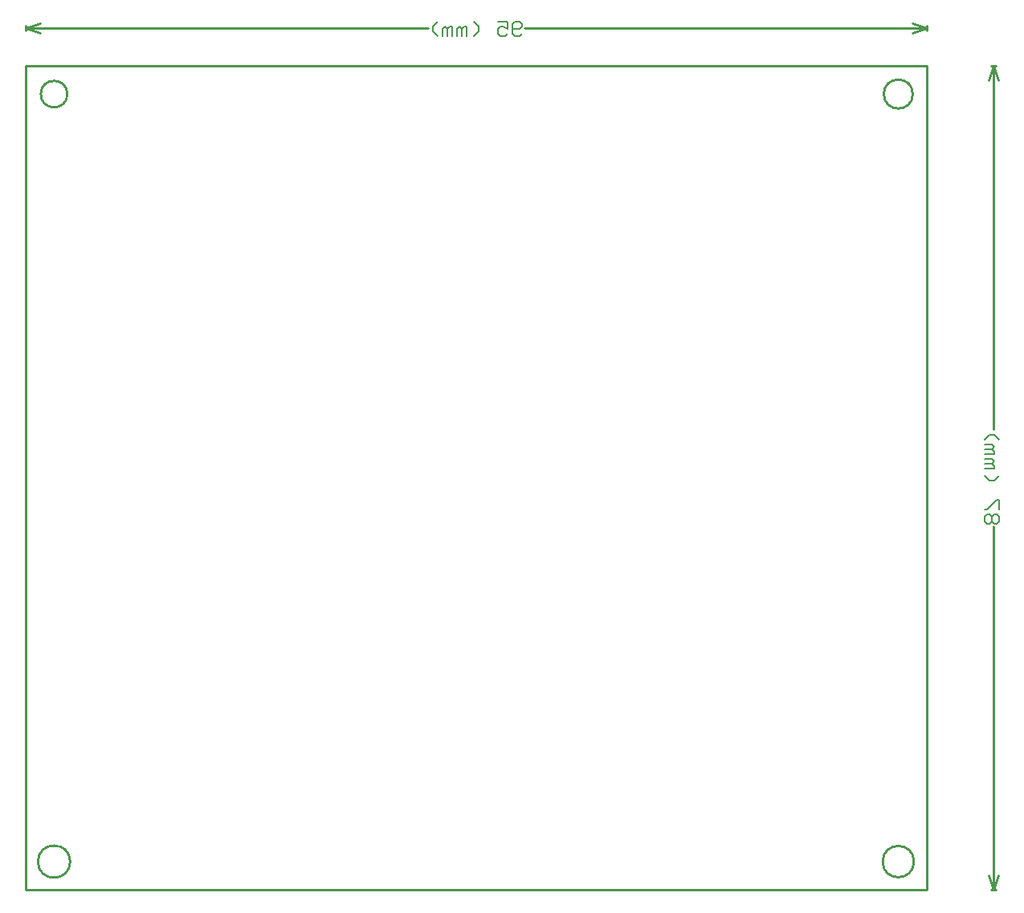
<source format=gtp>
%FSLAX25Y25*%
%MOIN*%
G70*
G01*
G75*
G04 Layer_Color=8421504*
%ADD10C,0.03937*%
%ADD11C,0.01969*%
%ADD12C,0.01000*%
%ADD13C,0.00600*%
%ADD14O,0.03150X0.05906*%
%ADD15C,0.15748*%
%ADD16R,0.06299X0.06299*%
%ADD17O,0.06299X0.15748*%
%ADD18C,0.06299*%
%ADD19O,0.07874X0.04724*%
%ADD20O,0.09843X0.03937*%
%ADD21C,0.07874*%
%ADD22O,0.11811X0.07087*%
%ADD23R,0.09843X0.07874*%
%ADD24O,0.09843X0.07874*%
%ADD25O,0.09843X0.04724*%
%ADD26R,0.07874X0.09843*%
%ADD27O,0.07874X0.09843*%
%ADD28R,0.07874X0.13780*%
%ADD29O,0.07874X0.13780*%
%ADD30O,0.05906X0.07874*%
%ADD31R,0.07874X0.07874*%
%ADD32C,0.09000*%
%ADD33R,0.09000X0.09000*%
%ADD34C,0.13780*%
%ADD35O,0.11811X0.06299*%
%ADD36O,0.11811X0.05512*%
%ADD37R,0.07874X0.07874*%
%ADD38O,0.08000X0.06000*%
%ADD39C,0.05000*%
%ADD40C,0.07874*%
%ADD41C,0.01181*%
%ADD42R,0.11535X0.39449*%
%ADD43R,0.11024X0.38976*%
%ADD44R,0.11811X0.29606*%
%ADD45R,0.05906X0.04331*%
%ADD46R,0.28740X0.40158*%
%ADD47R,0.18110X0.31890*%
%ADD48C,0.00787*%
%ADD49C,0.04000*%
%ADD50C,0.00591*%
%ADD51C,0.01575*%
%ADD52C,0.00800*%
%ADD53R,0.05906X0.15748*%
%ADD54R,0.09547X0.02756*%
%ADD55R,0.08000X0.08000*%
%ADD56R,0.10630X0.02732*%
%ADD57R,0.11024X0.03150*%
%ADD58R,0.10000X0.01457*%
%ADD59R,0.01535X0.06890*%
%ADD60R,0.01575X0.08740*%
%ADD61R,0.03150X0.11024*%
D12*
X196214Y488189D02*
G03*
X196214Y488189I5512J0D01*
G01*
X545626Y169291D02*
G03*
X545626Y169291I6493J0D01*
G01*
X195033D02*
G03*
X195033Y169291I6693J0D01*
G01*
X546109Y488189D02*
G03*
X546109Y488189I6010J0D01*
G01*
X592489Y500000D02*
X590489D01*
X592489Y157480D02*
X590489D01*
X591489Y500000D02*
X589489Y494000D01*
X593489D02*
X591489Y500000D01*
Y157480D02*
X589489Y163480D01*
X593489D02*
X591489Y157480D01*
Y348834D02*
Y500000D01*
Y157480D02*
Y308646D01*
X189914Y514748D02*
Y516748D01*
X563930Y514748D02*
Y516748D01*
X195914Y513748D02*
X189914Y515748D01*
X195914Y517748D02*
X189914Y515748D01*
X563930D02*
X557930Y513748D01*
X563930Y515748D02*
X557930Y517748D01*
X356828Y515748D02*
X189914D01*
X563930D02*
X397016D01*
X189914Y263779D02*
Y279528D01*
Y157480D02*
Y263779D01*
X563930Y157480D02*
X189914D01*
X563930Y157480D02*
X563930Y157480D01*
X563930Y157480D02*
Y279528D01*
Y500000D01*
X189914Y279527D02*
Y500000D01*
X563930Y500000D02*
X189914Y500000D01*
D13*
X592888Y309646D02*
X593888Y310646D01*
Y312645D01*
X592888Y313645D01*
X591889D01*
X590889Y312645D01*
X589889Y313645D01*
X588890D01*
X587890Y312645D01*
Y310646D01*
X588890Y309646D01*
X589889D01*
X590889Y310646D01*
X591889Y309646D01*
X592888D01*
X590889Y310646D02*
Y312645D01*
X593888Y315644D02*
Y319643D01*
X592888D01*
X588890Y315644D01*
X587890D01*
Y329640D02*
X589889Y327640D01*
X591889D01*
X593888Y329640D01*
X587890Y332639D02*
X591889D01*
Y333638D01*
X590889Y334638D01*
X587890D01*
X590889D01*
X591889Y335638D01*
X590889Y336637D01*
X587890D01*
Y338637D02*
X591889D01*
Y339636D01*
X590889Y340636D01*
X587890D01*
X590889D01*
X591889Y341636D01*
X590889Y342635D01*
X587890D01*
Y344635D02*
X589889Y346634D01*
X591889D01*
X593888Y344635D01*
X396016Y513149D02*
X395017Y512149D01*
X393017D01*
X392018Y513149D01*
Y517147D01*
X393017Y518147D01*
X395017D01*
X396016Y517147D01*
Y516148D01*
X395017Y515148D01*
X392018D01*
X386019Y518147D02*
X390018D01*
Y515148D01*
X388019Y516148D01*
X387019D01*
X386019Y515148D01*
Y513149D01*
X387019Y512149D01*
X389019D01*
X390018Y513149D01*
X376023Y512149D02*
X378022Y514148D01*
Y516148D01*
X376023Y518147D01*
X373024Y512149D02*
Y516148D01*
X372024D01*
X371024Y515148D01*
Y512149D01*
Y515148D01*
X370025Y516148D01*
X369025Y515148D01*
Y512149D01*
X367026D02*
Y516148D01*
X366026D01*
X365026Y515148D01*
Y512149D01*
Y515148D01*
X364027Y516148D01*
X363027Y515148D01*
Y512149D01*
X361028D02*
X359028Y514148D01*
Y516148D01*
X361028Y518147D01*
M02*

</source>
